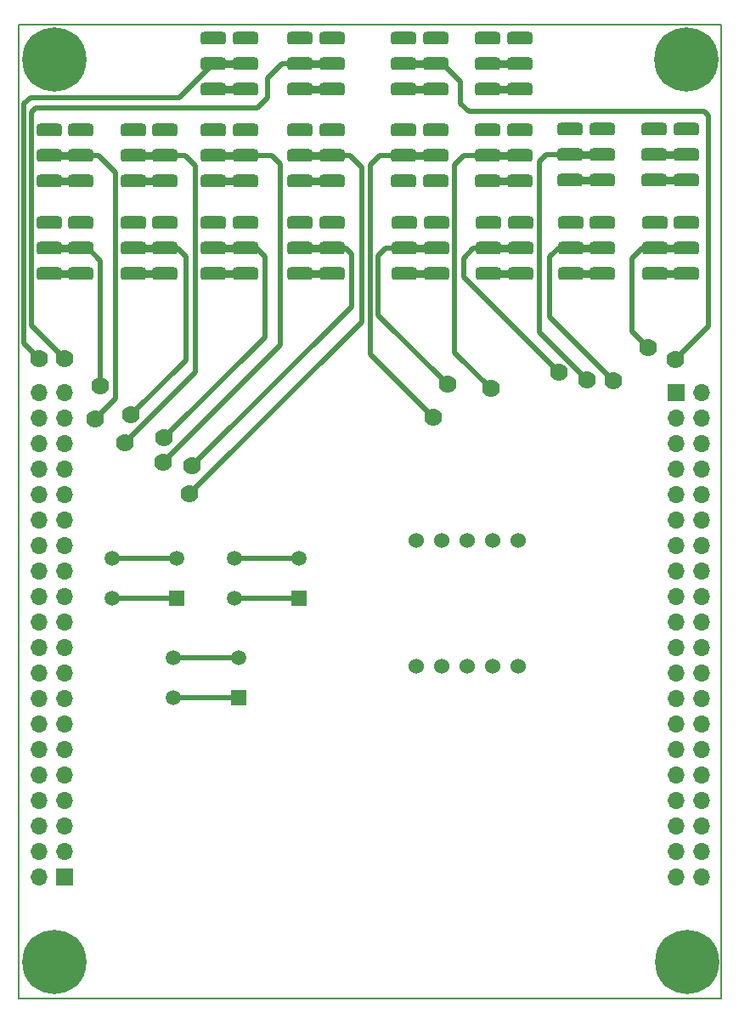
<source format=gbr>
%TF.GenerationSoftware,KiCad,Pcbnew,(6.0.2)*%
%TF.CreationDate,2022-03-31T22:04:23+02:00*%
%TF.ProjectId,ba_nano_version_2,62615f6e-616e-46f5-9f76-657273696f6e,rev?*%
%TF.SameCoordinates,Original*%
%TF.FileFunction,Copper,L2,Bot*%
%TF.FilePolarity,Positive*%
%FSLAX46Y46*%
G04 Gerber Fmt 4.6, Leading zero omitted, Abs format (unit mm)*
G04 Created by KiCad (PCBNEW (6.0.2)) date 2022-03-31 22:04:23*
%MOMM*%
%LPD*%
G01*
G04 APERTURE LIST*
G04 Aperture macros list*
%AMRoundRect*
0 Rectangle with rounded corners*
0 $1 Rounding radius*
0 $2 $3 $4 $5 $6 $7 $8 $9 X,Y pos of 4 corners*
0 Add a 4 corners polygon primitive as box body*
4,1,4,$2,$3,$4,$5,$6,$7,$8,$9,$2,$3,0*
0 Add four circle primitives for the rounded corners*
1,1,$1+$1,$2,$3*
1,1,$1+$1,$4,$5*
1,1,$1+$1,$6,$7*
1,1,$1+$1,$8,$9*
0 Add four rect primitives between the rounded corners*
20,1,$1+$1,$2,$3,$4,$5,0*
20,1,$1+$1,$4,$5,$6,$7,0*
20,1,$1+$1,$6,$7,$8,$9,0*
20,1,$1+$1,$8,$9,$2,$3,0*%
G04 Aperture macros list end*
%TA.AperFunction,Profile*%
%ADD10C,0.200000*%
%TD*%
%TA.AperFunction,ComponentPad*%
%ADD11R,1.500000X1.500000*%
%TD*%
%TA.AperFunction,ComponentPad*%
%ADD12C,1.500000*%
%TD*%
%TA.AperFunction,ComponentPad*%
%ADD13C,1.524000*%
%TD*%
%TA.AperFunction,ComponentPad*%
%ADD14RoundRect,0.317500X0.955000X-0.317500X0.955000X0.317500X-0.955000X0.317500X-0.955000X-0.317500X0*%
%TD*%
%TA.AperFunction,ComponentPad*%
%ADD15C,6.400000*%
%TD*%
%TA.AperFunction,ComponentPad*%
%ADD16R,1.700000X1.700000*%
%TD*%
%TA.AperFunction,ComponentPad*%
%ADD17O,1.700000X1.700000*%
%TD*%
%TA.AperFunction,ViaPad*%
%ADD18C,1.778000*%
%TD*%
%TA.AperFunction,Conductor*%
%ADD19C,0.508000*%
%TD*%
%TA.AperFunction,Conductor*%
%ADD20C,0.762000*%
%TD*%
G04 APERTURE END LIST*
D10*
X169658181Y-52980345D02*
X169658181Y-149982945D01*
X99655781Y-149982945D02*
X99655781Y-52980345D01*
X169658181Y-149982945D02*
X99655781Y-149982945D01*
X99655781Y-52980345D02*
X169658181Y-52980345D01*
D11*
%TO.P,S3,1,COM_1*%
%TO.N,Net-(R51-Pad2)*%
X115443000Y-110109000D03*
D12*
%TO.P,S3,2,COM_2*%
X108943000Y-110109000D03*
%TO.P,S3,3,NO_1*%
%TO.N,/GPIO_0_27*%
X115443000Y-106109000D03*
%TO.P,S3,4,NO_2*%
X108943000Y-106109000D03*
%TD*%
D11*
%TO.P,S2,1,COM_1*%
%TO.N,Net-(R53-Pad2)*%
X121614000Y-119983000D03*
D12*
%TO.P,S2,2,COM_2*%
X115114000Y-119983000D03*
%TO.P,S2,3,NO_1*%
%TO.N,/GPIO_0_24*%
X121614000Y-115983000D03*
%TO.P,S2,4,NO_2*%
X115114000Y-115983000D03*
%TD*%
D11*
%TO.P,S1,1,COM_1*%
%TO.N,Net-(R52-Pad2)*%
X127635000Y-110109000D03*
D12*
%TO.P,S1,2,COM_2*%
X121135000Y-110109000D03*
%TO.P,S1,3,NO_1*%
%TO.N,/GPIO_0_26*%
X127635000Y-106109000D03*
%TO.P,S1,4,NO_2*%
X121135000Y-106109000D03*
%TD*%
D13*
%TO.P,U1,1,D*%
%TO.N,Net-(R42-Pad2)*%
X139319000Y-116867000D03*
%TO.P,U1,2,DP*%
%TO.N,Net-(R44-Pad2)*%
X141859000Y-116867000D03*
%TO.P,U1,3,E*%
%TO.N,Net-(R46-Pad2)*%
X144399000Y-116867000D03*
%TO.P,U1,4,C*%
%TO.N,Net-(R48-Pad2)*%
X146939000Y-116867000D03*
%TO.P,U1,5,CA_DIG2*%
%TO.N,Net-(R50-Pad2)*%
X149479000Y-116867000D03*
%TO.P,U1,6,B*%
%TO.N,Net-(R49-Pad1)*%
X149479000Y-104367000D03*
%TO.P,U1,7,A*%
%TO.N,Net-(R47-Pad1)*%
X146939000Y-104367000D03*
%TO.P,U1,8,F*%
%TO.N,Net-(R45-Pad1)*%
X144399000Y-104367000D03*
%TO.P,U1,9,G*%
%TO.N,Net-(R43-Pad1)*%
X141859000Y-104367000D03*
%TO.P,U1,10,CA_D1*%
%TO.N,Net-(R41-Pad1)*%
X139319000Y-104367000D03*
%TD*%
D14*
%TO.P,SW20,1,A*%
%TO.N,Net-(R40-Pad2)*%
X105863420Y-77759560D03*
%TO.P,SW20,2,B*%
%TO.N,/GPIO_0_37*%
X105863420Y-75219560D03*
%TO.P,SW20,3,C*%
%TO.N,GND*%
X105863420Y-72679560D03*
%TO.P,SW20,4,A*%
%TO.N,Net-(R40-Pad2)*%
X102670640Y-77759560D03*
%TO.P,SW20,5,B*%
%TO.N,/GPIO_0_37*%
X102670640Y-75219560D03*
%TO.P,SW20,6,C*%
%TO.N,GND*%
X102670640Y-72679560D03*
%TD*%
%TO.P,SW14,1,A*%
%TO.N,Net-(R34-Pad2)*%
X157854680Y-77724000D03*
%TO.P,SW14,2,B*%
%TO.N,/GPIO_1_5*%
X157854680Y-75184000D03*
%TO.P,SW14,3,C*%
%TO.N,GND*%
X157854680Y-72644000D03*
%TO.P,SW14,4,A*%
%TO.N,Net-(R34-Pad2)*%
X154661900Y-77724000D03*
%TO.P,SW14,5,B*%
%TO.N,/GPIO_1_5*%
X154661900Y-75184000D03*
%TO.P,SW14,6,C*%
%TO.N,GND*%
X154661900Y-72644000D03*
%TD*%
D15*
%TO.P,H4,1*%
%TO.N,N/C*%
X166243000Y-56388000D03*
%TD*%
D14*
%TO.P,SW19,6,C*%
%TO.N,GND*%
X111062800Y-72679560D03*
%TO.P,SW19,5,B*%
%TO.N,/GPIO_0_35*%
X111062800Y-75219560D03*
%TO.P,SW19,4,A*%
%TO.N,Net-(R39-Pad2)*%
X111062800Y-77759560D03*
%TO.P,SW19,3,C*%
%TO.N,GND*%
X114255580Y-72679560D03*
%TO.P,SW19,2,B*%
%TO.N,/GPIO_0_35*%
X114255580Y-75219560D03*
%TO.P,SW19,1,A*%
%TO.N,Net-(R39-Pad2)*%
X114255580Y-77759560D03*
%TD*%
%TO.P,SW10,1,A*%
%TO.N,Net-(R30-Pad2)*%
X122228640Y-68513960D03*
%TO.P,SW10,2,B*%
%TO.N,/GPIO_0_32*%
X122228640Y-65973960D03*
%TO.P,SW10,3,C*%
%TO.N,GND*%
X122228640Y-63433960D03*
%TO.P,SW10,4,A*%
%TO.N,Net-(R30-Pad2)*%
X119035860Y-68513960D03*
%TO.P,SW10,5,B*%
%TO.N,/GPIO_0_32*%
X119035860Y-65973960D03*
%TO.P,SW10,6,C*%
%TO.N,GND*%
X119035860Y-63433960D03*
%TD*%
D15*
%TO.P,H1,1*%
%TO.N,N/C*%
X103251000Y-146291300D03*
%TD*%
%TO.P,H3,1*%
%TO.N,N/C*%
X103251000Y-56375300D03*
%TD*%
D14*
%TO.P,SW18,6,C*%
%TO.N,GND*%
X119035860Y-72679560D03*
%TO.P,SW18,5,B*%
%TO.N,/GPIO_0_33*%
X119035860Y-75219560D03*
%TO.P,SW18,4,A*%
%TO.N,Net-(R38-Pad2)*%
X119035860Y-77759560D03*
%TO.P,SW18,3,C*%
%TO.N,GND*%
X122228640Y-72679560D03*
%TO.P,SW18,2,B*%
%TO.N,/GPIO_0_33*%
X122228640Y-75219560D03*
%TO.P,SW18,1,A*%
%TO.N,Net-(R38-Pad2)*%
X122228640Y-77759560D03*
%TD*%
%TO.P,SW3,6,C*%
%TO.N,GND*%
X127682020Y-54289960D03*
%TO.P,SW3,5,B*%
%TO.N,/GPIO_0_38*%
X127682020Y-56829960D03*
%TO.P,SW3,4,A*%
%TO.N,Net-(R23-Pad2)*%
X127682020Y-59369960D03*
%TO.P,SW3,3,C*%
%TO.N,GND*%
X130874800Y-54289960D03*
%TO.P,SW3,2,B*%
%TO.N,/GPIO_0_38*%
X130874800Y-56829960D03*
%TO.P,SW3,1,A*%
%TO.N,Net-(R23-Pad2)*%
X130874800Y-59369960D03*
%TD*%
%TO.P,SW16,6,C*%
%TO.N,GND*%
X138111260Y-72679560D03*
%TO.P,SW16,5,B*%
%TO.N,/GPIO_1_9*%
X138111260Y-75219560D03*
%TO.P,SW16,4,A*%
%TO.N,Net-(R36-Pad2)*%
X138111260Y-77759560D03*
%TO.P,SW16,3,C*%
%TO.N,GND*%
X141304040Y-72679560D03*
%TO.P,SW16,2,B*%
%TO.N,/GPIO_1_9*%
X141304040Y-75219560D03*
%TO.P,SW16,1,A*%
%TO.N,Net-(R36-Pad2)*%
X141304040Y-77759560D03*
%TD*%
%TO.P,SW15,6,C*%
%TO.N,GND*%
X146478020Y-72679560D03*
%TO.P,SW15,5,B*%
%TO.N,/GPIO_1_7*%
X146478020Y-75219560D03*
%TO.P,SW15,4,A*%
%TO.N,Net-(R35-Pad2)*%
X146478020Y-77759560D03*
%TO.P,SW15,3,C*%
%TO.N,GND*%
X149670800Y-72679560D03*
%TO.P,SW15,2,B*%
%TO.N,/GPIO_1_7*%
X149670800Y-75219560D03*
%TO.P,SW15,1,A*%
%TO.N,Net-(R35-Pad2)*%
X149670800Y-77759560D03*
%TD*%
%TO.P,SW2,1,A*%
%TO.N,Net-(R22-Pad2)*%
X141207520Y-59369960D03*
%TO.P,SW2,2,B*%
%TO.N,/GPIO_1_0*%
X141207520Y-56829960D03*
%TO.P,SW2,3,C*%
%TO.N,GND*%
X141207520Y-54289960D03*
%TO.P,SW2,4,A*%
%TO.N,Net-(R22-Pad2)*%
X138014740Y-59369960D03*
%TO.P,SW2,5,B*%
%TO.N,/GPIO_1_0*%
X138014740Y-56829960D03*
%TO.P,SW2,6,C*%
%TO.N,GND*%
X138014740Y-54289960D03*
%TD*%
%TO.P,SW6,1,A*%
%TO.N,Net-(R26-Pad2)*%
X157798800Y-68478400D03*
%TO.P,SW6,2,B*%
%TO.N,/GPIO_1_4*%
X157798800Y-65938400D03*
%TO.P,SW6,3,C*%
%TO.N,GND*%
X157798800Y-63398400D03*
%TO.P,SW6,4,A*%
%TO.N,Net-(R26-Pad2)*%
X154606020Y-68478400D03*
%TO.P,SW6,5,B*%
%TO.N,/GPIO_1_4*%
X154606020Y-65938400D03*
%TO.P,SW6,6,C*%
%TO.N,GND*%
X154606020Y-63398400D03*
%TD*%
D15*
%TO.P,H2,1*%
%TO.N,N/C*%
X166268400Y-146291300D03*
%TD*%
D14*
%TO.P,SW11,1,A*%
%TO.N,Net-(R31-Pad2)*%
X114255580Y-68513960D03*
%TO.P,SW11,2,B*%
%TO.N,/GPIO_0_34*%
X114255580Y-65973960D03*
%TO.P,SW11,3,C*%
%TO.N,GND*%
X114255580Y-63433960D03*
%TO.P,SW11,4,A*%
%TO.N,Net-(R31-Pad2)*%
X111062800Y-68513960D03*
%TO.P,SW11,5,B*%
%TO.N,/GPIO_0_34*%
X111062800Y-65973960D03*
%TO.P,SW11,6,C*%
%TO.N,GND*%
X111062800Y-63433960D03*
%TD*%
%TO.P,SW5,1,A*%
%TO.N,Net-(R25-Pad2)*%
X166218900Y-68478400D03*
%TO.P,SW5,2,B*%
%TO.N,/GPIO_1_2*%
X166218900Y-65938400D03*
%TO.P,SW5,3,C*%
%TO.N,GND*%
X166218900Y-63398400D03*
%TO.P,SW5,4,A*%
%TO.N,Net-(R25-Pad2)*%
X163026120Y-68478400D03*
%TO.P,SW5,5,B*%
%TO.N,/GPIO_1_2*%
X163026120Y-65938400D03*
%TO.P,SW5,6,C*%
%TO.N,GND*%
X163026120Y-63398400D03*
%TD*%
%TO.P,SW1,1,A*%
%TO.N,Net-(R21-Pad2)*%
X149625080Y-59369960D03*
%TO.P,SW1,2,B*%
%TO.N,/GPIO_1_1*%
X149625080Y-56829960D03*
%TO.P,SW1,3,C*%
%TO.N,GND*%
X149625080Y-54289960D03*
%TO.P,SW1,4,A*%
%TO.N,Net-(R21-Pad2)*%
X146432300Y-59369960D03*
%TO.P,SW1,5,B*%
%TO.N,/GPIO_1_1*%
X146432300Y-56829960D03*
%TO.P,SW1,6,C*%
%TO.N,GND*%
X146432300Y-54289960D03*
%TD*%
%TO.P,SW4,6,C*%
%TO.N,GND*%
X119035860Y-54289960D03*
%TO.P,SW4,5,B*%
%TO.N,/GPIO_0_39*%
X119035860Y-56829960D03*
%TO.P,SW4,4,A*%
%TO.N,Net-(R24-Pad2)*%
X119035860Y-59369960D03*
%TO.P,SW4,3,C*%
%TO.N,GND*%
X122228640Y-54289960D03*
%TO.P,SW4,2,B*%
%TO.N,/GPIO_0_39*%
X122228640Y-56829960D03*
%TO.P,SW4,1,A*%
%TO.N,Net-(R24-Pad2)*%
X122228640Y-59369960D03*
%TD*%
%TO.P,SW7,1,A*%
%TO.N,Net-(R27-Pad2)*%
X149625080Y-68513960D03*
%TO.P,SW7,2,B*%
%TO.N,/GPIO_1_6*%
X149625080Y-65973960D03*
%TO.P,SW7,3,C*%
%TO.N,GND*%
X149625080Y-63433960D03*
%TO.P,SW7,4,A*%
%TO.N,Net-(R27-Pad2)*%
X146432300Y-68513960D03*
%TO.P,SW7,5,B*%
%TO.N,/GPIO_1_6*%
X146432300Y-65973960D03*
%TO.P,SW7,6,C*%
%TO.N,GND*%
X146432300Y-63433960D03*
%TD*%
D16*
%TO.P,J1,1,Pin_1*%
%TO.N,/GPIO_0_0*%
X104216200Y-137883900D03*
D17*
%TO.P,J1,2,Pin_2*%
%TO.N,/GPIO_0_1*%
X101676200Y-137883900D03*
%TO.P,J1,3,Pin_3*%
%TO.N,/GPIO_0_2*%
X104216200Y-135343900D03*
%TO.P,J1,4,Pin_4*%
%TO.N,/GPIO_0_3*%
X101676200Y-135343900D03*
%TO.P,J1,5,Pin_5*%
%TO.N,/GPIO_0_4*%
X104216200Y-132803900D03*
%TO.P,J1,6,Pin_6*%
%TO.N,/GPIO_0_5*%
X101676200Y-132803900D03*
%TO.P,J1,7,Pin_7*%
%TO.N,/GPIO_0_6*%
X104216200Y-130263900D03*
%TO.P,J1,8,Pin_8*%
%TO.N,/GPIO_0_7*%
X101676200Y-130263900D03*
%TO.P,J1,9,Pin_9*%
%TO.N,/GPIO_0_8*%
X104216200Y-127723900D03*
%TO.P,J1,10,Pin_10*%
%TO.N,/GPIO_0_9*%
X101676200Y-127723900D03*
%TO.P,J1,11,Pin_11*%
%TO.N,unconnected-(J1-Pad11)*%
X104216200Y-125183900D03*
%TO.P,J1,12,Pin_12*%
%TO.N,GND*%
X101676200Y-125183900D03*
%TO.P,J1,13,Pin_13*%
%TO.N,/GPIO_0_12*%
X104216200Y-122643900D03*
%TO.P,J1,14,Pin_14*%
%TO.N,/GPIO_0_13*%
X101676200Y-122643900D03*
%TO.P,J1,15,Pin_15*%
%TO.N,/GPIO_0_14*%
X104216200Y-120103900D03*
%TO.P,J1,16,Pin_16*%
%TO.N,/GPIO_0_15*%
X101676200Y-120103900D03*
%TO.P,J1,17,Pin_17*%
%TO.N,/GPIO_0_16*%
X104216200Y-117563900D03*
%TO.P,J1,18,Pin_18*%
%TO.N,/GPIO_0_17*%
X101676200Y-117563900D03*
%TO.P,J1,19,Pin_19*%
%TO.N,/GPIO_0_18*%
X104216200Y-115023900D03*
%TO.P,J1,20,Pin_20*%
%TO.N,/GPIO_0_19*%
X101676200Y-115023900D03*
%TO.P,J1,21,Pin_21*%
%TO.N,/GPIO_0_20*%
X104216200Y-112483900D03*
%TO.P,J1,22,Pin_22*%
%TO.N,/GPIO_0_21*%
X101676200Y-112483900D03*
%TO.P,J1,23,Pin_23*%
%TO.N,/GPIO_0_22*%
X104216200Y-109943900D03*
%TO.P,J1,24,Pin_24*%
%TO.N,/GPIO_0_23*%
X101676200Y-109943900D03*
%TO.P,J1,25,Pin_25*%
%TO.N,/GPIO_0_24*%
X104216200Y-107403900D03*
%TO.P,J1,26,Pin_26*%
%TO.N,/GPIO_0_25*%
X101676200Y-107403900D03*
%TO.P,J1,27,Pin_27*%
%TO.N,/GPIO_0_26*%
X104216200Y-104863900D03*
%TO.P,J1,28,Pin_28*%
%TO.N,/GPIO_0_27*%
X101676200Y-104863900D03*
%TO.P,J1,29,Pin_29*%
%TO.N,+3V3*%
X104216200Y-102323900D03*
%TO.P,J1,30,Pin_30*%
%TO.N,GND*%
X101676200Y-102323900D03*
%TO.P,J1,31,Pin_31*%
%TO.N,/GPIO_0_30*%
X104216200Y-99783900D03*
%TO.P,J1,32,Pin_32*%
%TO.N,/GPIO_0_31*%
X101676200Y-99783900D03*
%TO.P,J1,33,Pin_33*%
%TO.N,/GPIO_0_32*%
X104216200Y-97243900D03*
%TO.P,J1,34,Pin_34*%
%TO.N,/GPIO_0_33*%
X101676200Y-97243900D03*
%TO.P,J1,35,Pin_35*%
%TO.N,/GPIO_0_34*%
X104216200Y-94703900D03*
%TO.P,J1,36,Pin_36*%
%TO.N,/GPIO_0_35*%
X101676200Y-94703900D03*
%TO.P,J1,37,Pin_37*%
%TO.N,/GPIO_0_36*%
X104216200Y-92163900D03*
%TO.P,J1,38,Pin_38*%
%TO.N,/GPIO_0_37*%
X101676200Y-92163900D03*
%TO.P,J1,39,Pin_39*%
%TO.N,/GPIO_0_38*%
X104216200Y-89623900D03*
%TO.P,J1,40,Pin_40*%
%TO.N,/GPIO_0_39*%
X101676200Y-89623900D03*
%TD*%
D14*
%TO.P,SW9,6,C*%
%TO.N,GND*%
X127682020Y-63433960D03*
%TO.P,SW9,5,B*%
%TO.N,/GPIO_0_30*%
X127682020Y-65973960D03*
%TO.P,SW9,4,A*%
%TO.N,Net-(R29-Pad2)*%
X127682020Y-68513960D03*
%TO.P,SW9,3,C*%
%TO.N,GND*%
X130874800Y-63433960D03*
%TO.P,SW9,2,B*%
%TO.N,/GPIO_0_30*%
X130874800Y-65973960D03*
%TO.P,SW9,1,A*%
%TO.N,Net-(R29-Pad2)*%
X130874800Y-68513960D03*
%TD*%
%TO.P,SW12,6,C*%
%TO.N,GND*%
X102670640Y-63433960D03*
%TO.P,SW12,5,B*%
%TO.N,/GPIO_0_36*%
X102670640Y-65973960D03*
%TO.P,SW12,4,A*%
%TO.N,Net-(R32-Pad2)*%
X102670640Y-68513960D03*
%TO.P,SW12,3,C*%
%TO.N,GND*%
X105863420Y-63433960D03*
%TO.P,SW12,2,B*%
%TO.N,/GPIO_0_36*%
X105863420Y-65973960D03*
%TO.P,SW12,1,A*%
%TO.N,Net-(R32-Pad2)*%
X105863420Y-68513960D03*
%TD*%
%TO.P,SW8,6,C*%
%TO.N,GND*%
X138014740Y-63433960D03*
%TO.P,SW8,5,B*%
%TO.N,/GPIO_1_8*%
X138014740Y-65973960D03*
%TO.P,SW8,4,A*%
%TO.N,Net-(R28-Pad2)*%
X138014740Y-68513960D03*
%TO.P,SW8,3,C*%
%TO.N,GND*%
X141207520Y-63433960D03*
%TO.P,SW8,2,B*%
%TO.N,/GPIO_1_8*%
X141207520Y-65973960D03*
%TO.P,SW8,1,A*%
%TO.N,Net-(R28-Pad2)*%
X141207520Y-68513960D03*
%TD*%
%TO.P,SW17,6,C*%
%TO.N,GND*%
X127682020Y-72679560D03*
%TO.P,SW17,5,B*%
%TO.N,/GPIO_0_31*%
X127682020Y-75219560D03*
%TO.P,SW17,4,A*%
%TO.N,Net-(R37-Pad2)*%
X127682020Y-77759560D03*
%TO.P,SW17,3,C*%
%TO.N,GND*%
X130874800Y-72679560D03*
%TO.P,SW17,2,B*%
%TO.N,/GPIO_0_31*%
X130874800Y-75219560D03*
%TO.P,SW17,1,A*%
%TO.N,Net-(R37-Pad2)*%
X130874800Y-77759560D03*
%TD*%
D16*
%TO.P,J2,1,Pin_1*%
%TO.N,/GPIO_1_0*%
X165188900Y-89623900D03*
D17*
%TO.P,J2,2,Pin_2*%
%TO.N,/GPIO_1_1*%
X167728900Y-89623900D03*
%TO.P,J2,3,Pin_3*%
%TO.N,/GPIO_1_2*%
X165188900Y-92163900D03*
%TO.P,J2,4,Pin_4*%
%TO.N,/GPIO_1_3*%
X167728900Y-92163900D03*
%TO.P,J2,5,Pin_5*%
%TO.N,/GPIO_1_4*%
X165188900Y-94703900D03*
%TO.P,J2,6,Pin_6*%
%TO.N,/GPIO_1_5*%
X167728900Y-94703900D03*
%TO.P,J2,7,Pin_7*%
%TO.N,/GPIO_1_6*%
X165188900Y-97243900D03*
%TO.P,J2,8,Pin_8*%
%TO.N,/GPIO_1_7*%
X167728900Y-97243900D03*
%TO.P,J2,9,Pin_9*%
%TO.N,/GPIO_1_8*%
X165188900Y-99783900D03*
%TO.P,J2,10,Pin_10*%
%TO.N,/GPIO_1_9*%
X167728900Y-99783900D03*
%TO.P,J2,11,Pin_11*%
%TO.N,unconnected-(J2-Pad11)*%
X165188900Y-102323900D03*
%TO.P,J2,12,Pin_12*%
%TO.N,GND*%
X167728900Y-102323900D03*
%TO.P,J2,13,Pin_13*%
%TO.N,/GPIO_1_12*%
X165188900Y-104863900D03*
%TO.P,J2,14,Pin_14*%
%TO.N,/GPIO_1_13*%
X167728900Y-104863900D03*
%TO.P,J2,15,Pin_15*%
%TO.N,/GPIO_1_14*%
X165188900Y-107403900D03*
%TO.P,J2,16,Pin_16*%
%TO.N,/GPIO_1_15*%
X167728900Y-107403900D03*
%TO.P,J2,17,Pin_17*%
%TO.N,/GPIO_1_16*%
X165188900Y-109943900D03*
%TO.P,J2,18,Pin_18*%
%TO.N,/GPIO_1_17*%
X167728900Y-109943900D03*
%TO.P,J2,19,Pin_19*%
%TO.N,/GPIO_1_18*%
X165188900Y-112483900D03*
%TO.P,J2,20,Pin_20*%
%TO.N,/GPIO_1_19*%
X167728900Y-112483900D03*
%TO.P,J2,21,Pin_21*%
%TO.N,/GPIO_1_20*%
X165188900Y-115023900D03*
%TO.P,J2,22,Pin_22*%
%TO.N,/GPIO_1_21*%
X167728900Y-115023900D03*
%TO.P,J2,23,Pin_23*%
%TO.N,/GPIO_1_22*%
X165188900Y-117563900D03*
%TO.P,J2,24,Pin_24*%
%TO.N,/GPIO_1_23*%
X167728900Y-117563900D03*
%TO.P,J2,25,Pin_25*%
%TO.N,/GPIO_1_24*%
X165188900Y-120103900D03*
%TO.P,J2,26,Pin_26*%
%TO.N,/GPIO_1_25*%
X167728900Y-120103900D03*
%TO.P,J2,27,Pin_27*%
%TO.N,/GPIO_1_26*%
X165188900Y-122643900D03*
%TO.P,J2,28,Pin_28*%
%TO.N,/GPIO_1_27*%
X167728900Y-122643900D03*
%TO.P,J2,29,Pin_29*%
%TO.N,+3V3*%
X165188900Y-125183900D03*
%TO.P,J2,30,Pin_30*%
%TO.N,GND*%
X167728900Y-125183900D03*
%TO.P,J2,31,Pin_31*%
%TO.N,/GPIO_1_30*%
X165188900Y-127723900D03*
%TO.P,J2,32,Pin_32*%
%TO.N,/GPIO_1_31*%
X167728900Y-127723900D03*
%TO.P,J2,33,Pin_33*%
%TO.N,/GPIO_1_32*%
X165188900Y-130263900D03*
%TO.P,J2,34,Pin_34*%
%TO.N,/GPIO_1_33*%
X167728900Y-130263900D03*
%TO.P,J2,35,Pin_35*%
%TO.N,/GPIO_1_34*%
X165188900Y-132803900D03*
%TO.P,J2,36,Pin_36*%
%TO.N,/GPIO_1_35*%
X167728900Y-132803900D03*
%TO.P,J2,37,Pin_37*%
%TO.N,/GPIO_1_36*%
X165188900Y-135343900D03*
%TO.P,J2,38,Pin_38*%
%TO.N,/GPIO_1_37*%
X167728900Y-135343900D03*
%TO.P,J2,39,Pin_39*%
%TO.N,/GPIO_1_38*%
X165188900Y-137883900D03*
%TO.P,J2,40,Pin_40*%
%TO.N,/GPIO_1_39*%
X167728900Y-137883900D03*
%TD*%
D14*
%TO.P,SW13,1,A*%
%TO.N,Net-(R33-Pad2)*%
X166246840Y-77724000D03*
%TO.P,SW13,2,B*%
%TO.N,/GPIO_1_3*%
X166246840Y-75184000D03*
%TO.P,SW13,3,C*%
%TO.N,GND*%
X166246840Y-72644000D03*
%TO.P,SW13,4,A*%
%TO.N,Net-(R33-Pad2)*%
X163054060Y-77724000D03*
%TO.P,SW13,5,B*%
%TO.N,/GPIO_1_3*%
X163054060Y-75184000D03*
%TO.P,SW13,6,C*%
%TO.N,GND*%
X163054060Y-72644000D03*
%TD*%
D18*
%TO.N,/GPIO_1_8*%
X141000000Y-92100000D03*
%TO.N,/GPIO_1_9*%
X142400000Y-88800000D03*
%TO.N,/GPIO_1_6*%
X146700000Y-89200000D03*
%TO.N,/GPIO_1_7*%
X153500000Y-87600000D03*
%TO.N,/GPIO_1_3*%
X162400000Y-85100000D03*
%TO.N,/GPIO_1_5*%
X158900000Y-88400000D03*
%TO.N,/GPIO_1_4*%
X156300000Y-88300000D03*
%TO.N,/GPIO_1_0*%
X165100000Y-86300000D03*
%TO.N,/GPIO_0_30*%
X116713000Y-99695000D03*
%TO.N,/GPIO_0_32*%
X114046000Y-96520000D03*
%TO.N,/GPIO_0_31*%
X116967000Y-96901000D03*
%TO.N,/GPIO_0_33*%
X114173000Y-94107000D03*
%TO.N,/GPIO_0_34*%
X110236000Y-94615000D03*
%TO.N,/GPIO_0_35*%
X110871000Y-91821000D03*
%TO.N,/GPIO_0_36*%
X107315000Y-92202000D03*
%TO.N,/GPIO_0_37*%
X107823000Y-88900000D03*
%TO.N,/GPIO_0_38*%
X104267000Y-86233000D03*
%TO.N,/GPIO_0_39*%
X101727000Y-86233000D03*
%TD*%
D19*
%TO.N,/GPIO_1_7*%
X144000000Y-78100000D02*
X153500000Y-87600000D01*
X144000000Y-76200000D02*
X144000000Y-78100000D01*
%TO.N,/GPIO_1_9*%
X135500000Y-81900000D02*
X142400000Y-88800000D01*
X135500000Y-76000000D02*
X135500000Y-81900000D01*
%TO.N,/GPIO_1_8*%
X134700000Y-85800000D02*
X141000000Y-92100000D01*
X134700000Y-66900000D02*
X134700000Y-85800000D01*
X135626040Y-65973960D02*
X134700000Y-66900000D01*
X138014740Y-65973960D02*
X135626040Y-65973960D01*
%TO.N,/GPIO_1_9*%
X136280440Y-75219560D02*
X135500000Y-76000000D01*
X138111260Y-75219560D02*
X136280440Y-75219560D01*
%TO.N,/GPIO_1_6*%
X143100000Y-85600000D02*
X146700000Y-89200000D01*
X144026040Y-65973960D02*
X143100000Y-66900000D01*
X146432300Y-65973960D02*
X144026040Y-65973960D01*
X143100000Y-66900000D02*
X143100000Y-85600000D01*
%TO.N,/GPIO_1_3*%
X160800000Y-83500000D02*
X162400000Y-85100000D01*
X160800000Y-76200000D02*
X160800000Y-83500000D01*
X161816000Y-75184000D02*
X160800000Y-76200000D01*
X163054060Y-75184000D02*
X161816000Y-75184000D01*
%TO.N,/GPIO_1_5*%
X152600000Y-82100000D02*
X158900000Y-88400000D01*
X152600000Y-76100000D02*
X152600000Y-82100000D01*
X154661900Y-75184000D02*
X153516000Y-75184000D01*
X153516000Y-75184000D02*
X152600000Y-76100000D01*
%TO.N,/GPIO_1_4*%
X151600000Y-66600000D02*
X151600000Y-83600000D01*
X152261600Y-65938400D02*
X151600000Y-66600000D01*
X151600000Y-83600000D02*
X156300000Y-88300000D01*
X154606020Y-65938400D02*
X152261600Y-65938400D01*
%TO.N,/GPIO_1_7*%
X144980440Y-75219560D02*
X144000000Y-76200000D01*
X146478020Y-75219560D02*
X144980440Y-75219560D01*
%TO.N,/GPIO_1_0*%
X141929960Y-56829960D02*
X141207520Y-56829960D01*
X143700000Y-60800000D02*
X143700000Y-58600000D01*
X168000000Y-61600000D02*
X144500000Y-61600000D01*
X144500000Y-61600000D02*
X143700000Y-60800000D01*
X168400000Y-83000000D02*
X168400000Y-62000000D01*
X165100000Y-86300000D02*
X168400000Y-83000000D01*
X168400000Y-62000000D02*
X168000000Y-61600000D01*
X143700000Y-58600000D02*
X141929960Y-56829960D01*
%TO.N,Net-(R53-Pad2)*%
X115114000Y-119983000D02*
X121614000Y-119983000D01*
%TO.N,/GPIO_0_24*%
X121614000Y-115983000D02*
X115114000Y-115983000D01*
%TO.N,/GPIO_0_26*%
X121135000Y-106109000D02*
X127635000Y-106109000D01*
%TO.N,Net-(R52-Pad2)*%
X127635000Y-110109000D02*
X121135000Y-110109000D01*
%TO.N,Net-(R51-Pad2)*%
X115443000Y-110109000D02*
X108943000Y-110109000D01*
%TO.N,/GPIO_0_27*%
X115443000Y-106109000D02*
X108943000Y-106109000D01*
%TO.N,/GPIO_0_30*%
X133858000Y-82550000D02*
X116713000Y-99695000D01*
X133858000Y-67183000D02*
X133858000Y-82550000D01*
%TO.N,/GPIO_0_31*%
X132842000Y-81026000D02*
X116967000Y-96901000D01*
%TO.N,/GPIO_0_32*%
X125730000Y-84836000D02*
X114046000Y-96520000D01*
X125730000Y-66802000D02*
X125730000Y-84836000D01*
%TO.N,/GPIO_0_30*%
X132648960Y-65973960D02*
X133858000Y-67183000D01*
X130874800Y-65973960D02*
X132648960Y-65973960D01*
%TO.N,/GPIO_0_31*%
X132842000Y-75819000D02*
X132842000Y-81026000D01*
X132242560Y-75219560D02*
X132842000Y-75819000D01*
X130874800Y-75219560D02*
X132242560Y-75219560D01*
%TO.N,/GPIO_0_32*%
X124901960Y-65973960D02*
X125730000Y-66802000D01*
X122228640Y-65973960D02*
X124901960Y-65973960D01*
%TO.N,/GPIO_0_33*%
X124206000Y-76073000D02*
X124206000Y-84074000D01*
X123352560Y-75219560D02*
X124206000Y-76073000D01*
X124206000Y-84074000D02*
X114173000Y-94107000D01*
X122228640Y-75219560D02*
X123352560Y-75219560D01*
%TO.N,/GPIO_0_34*%
X116265960Y-65973960D02*
X114255580Y-65973960D01*
X117309840Y-67017840D02*
X116265960Y-65973960D01*
X117309840Y-87541160D02*
X117309840Y-67017840D01*
X110236000Y-94615000D02*
X117309840Y-87541160D01*
%TO.N,/GPIO_0_35*%
X116332000Y-86360000D02*
X110871000Y-91821000D01*
X116332000Y-76073000D02*
X116332000Y-86360000D01*
X115478560Y-75219560D02*
X116332000Y-76073000D01*
X114255580Y-75219560D02*
X115478560Y-75219560D01*
%TO.N,/GPIO_0_36*%
X109336780Y-67680780D02*
X109336780Y-90180220D01*
X107629960Y-65973960D02*
X109336780Y-67680780D01*
X109336780Y-90180220D02*
X107315000Y-92202000D01*
X105863420Y-65973960D02*
X107629960Y-65973960D01*
%TO.N,/GPIO_0_38*%
X100910520Y-82876520D02*
X104267000Y-86233000D01*
X100910520Y-61649480D02*
X100910520Y-82876520D01*
X101346000Y-61214000D02*
X100910520Y-61649480D01*
X123444000Y-61214000D02*
X101346000Y-61214000D01*
X124460000Y-60198000D02*
X123444000Y-61214000D01*
X124460000Y-58293000D02*
X124460000Y-60198000D01*
X125923040Y-56829960D02*
X124460000Y-58293000D01*
X127682020Y-56829960D02*
X125923040Y-56829960D01*
%TO.N,/GPIO_0_39*%
X115667820Y-60198000D02*
X119035860Y-56829960D01*
X100838000Y-60198000D02*
X115667820Y-60198000D01*
X100203000Y-60833000D02*
X100838000Y-60198000D01*
X100203000Y-84709000D02*
X100203000Y-60833000D01*
X101727000Y-86233000D02*
X100203000Y-84709000D01*
%TO.N,/GPIO_0_37*%
X106588560Y-75219560D02*
X105863420Y-75219560D01*
X107823000Y-76454000D02*
X106588560Y-75219560D01*
X107823000Y-88900000D02*
X107823000Y-76454000D01*
D20*
%TO.N,/GPIO_0_39*%
X119035860Y-56829960D02*
X122228640Y-56829960D01*
%TO.N,/GPIO_0_38*%
X127682020Y-56829960D02*
X130874800Y-56829960D01*
%TO.N,/GPIO_0_37*%
X102670640Y-75219560D02*
X105863420Y-75219560D01*
%TO.N,/GPIO_0_36*%
X102670640Y-65973960D02*
X105863420Y-65973960D01*
%TO.N,/GPIO_0_35*%
X111062800Y-75219560D02*
X114255580Y-75219560D01*
%TO.N,/GPIO_0_34*%
X111062800Y-65973960D02*
X114255580Y-65973960D01*
%TO.N,/GPIO_0_33*%
X119035860Y-75219560D02*
X122228640Y-75219560D01*
%TO.N,/GPIO_0_32*%
X119035860Y-65973960D02*
X122228640Y-65973960D01*
%TO.N,/GPIO_0_31*%
X127682020Y-75219560D02*
X130874800Y-75219560D01*
%TO.N,/GPIO_0_30*%
X127682020Y-65973960D02*
X130874800Y-65973960D01*
%TO.N,/GPIO_1_0*%
X138014740Y-56829960D02*
X141207520Y-56829960D01*
%TO.N,/GPIO_1_1*%
X146432300Y-56829960D02*
X149625080Y-56829960D01*
%TO.N,/GPIO_1_3*%
X163054060Y-75184000D02*
X166246840Y-75184000D01*
%TO.N,/GPIO_1_2*%
X163026120Y-65938400D02*
X166218900Y-65938400D01*
%TO.N,/GPIO_1_5*%
X154661900Y-75184000D02*
X157854680Y-75184000D01*
%TO.N,/GPIO_1_4*%
X154606020Y-65938400D02*
X157798800Y-65938400D01*
%TO.N,/GPIO_1_7*%
X146478020Y-75219560D02*
X149670800Y-75219560D01*
%TO.N,/GPIO_1_6*%
X146432300Y-65973960D02*
X149625080Y-65973960D01*
%TO.N,/GPIO_1_9*%
X138111260Y-75219560D02*
X141304040Y-75219560D01*
%TO.N,/GPIO_1_8*%
X138014740Y-65973960D02*
X141207520Y-65973960D01*
%TO.N,Net-(R22-Pad2)*%
X138014740Y-59369960D02*
X141207520Y-59369960D01*
%TO.N,Net-(R21-Pad2)*%
X146432300Y-59369960D02*
X149625080Y-59369960D01*
%TO.N,Net-(R23-Pad2)*%
X127682020Y-59369960D02*
X130874800Y-59369960D01*
%TO.N,Net-(R24-Pad2)*%
X119035860Y-59369960D02*
X122228640Y-59369960D01*
%TO.N,Net-(R25-Pad2)*%
X163026120Y-68478400D02*
X166218900Y-68478400D01*
%TO.N,Net-(R26-Pad2)*%
X154606020Y-68478400D02*
X157798800Y-68478400D01*
%TO.N,Net-(R27-Pad2)*%
X146432300Y-68513960D02*
X149625080Y-68513960D01*
%TO.N,Net-(R29-Pad2)*%
X127682020Y-68513960D02*
X130874800Y-68513960D01*
%TO.N,Net-(R30-Pad2)*%
X119035860Y-68513960D02*
X122228640Y-68513960D01*
%TO.N,Net-(R31-Pad2)*%
X111062800Y-68513960D02*
X114255580Y-68513960D01*
%TO.N,Net-(R32-Pad2)*%
X102670640Y-68513960D02*
X105863420Y-68513960D01*
%TO.N,Net-(R33-Pad2)*%
X166246840Y-77724000D02*
X163054060Y-77724000D01*
%TO.N,Net-(R34-Pad2)*%
X157854680Y-77724000D02*
X154661900Y-77724000D01*
%TO.N,Net-(R35-Pad2)*%
X149670800Y-77759560D02*
X146478020Y-77759560D01*
%TO.N,Net-(R36-Pad2)*%
X141304040Y-77759560D02*
X138111260Y-77759560D01*
%TO.N,Net-(R37-Pad2)*%
X130874800Y-77759560D02*
X127682020Y-77759560D01*
%TO.N,Net-(R38-Pad2)*%
X119035860Y-77759560D02*
X122228640Y-77759560D01*
%TO.N,Net-(R39-Pad2)*%
X114255580Y-77759560D02*
X111062800Y-77759560D01*
%TO.N,Net-(R40-Pad2)*%
X102670640Y-77759560D02*
X105863420Y-77759560D01*
%TD*%
M02*

</source>
